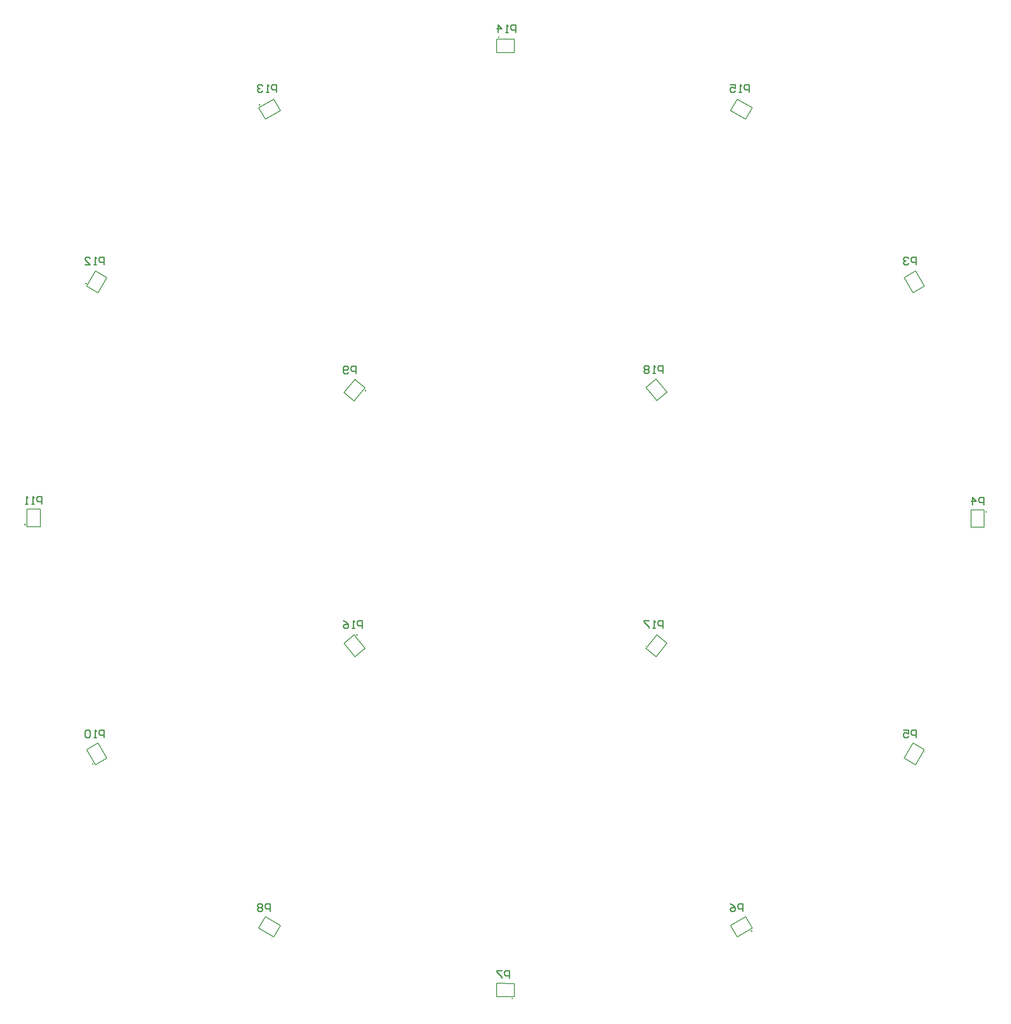
<source format=gbr>
%TF.GenerationSoftware,Altium Limited,Altium Designer,20.2.3 (150)*%
G04 Layer_Color=32896*
%FSLAX45Y45*%
%MOMM*%
%TF.SameCoordinates,D065702F-5D7C-4ECE-B493-19553C93D9E3*%
%TF.FilePolarity,Positive*%
%TF.FileFunction,Legend,Bot*%
%TF.Part,Single*%
G01*
G75*
%TA.AperFunction,NonConductor*%
%ADD54C,0.20000*%
%ADD55C,0.12700*%
%ADD56C,0.25400*%
D54*
X1321280Y10873614D02*
G03*
X1321280Y10873614I5001J-8660D01*
G01*
X13823936Y8428886D02*
G03*
X13823936Y8428886I-5680J8231D01*
G01*
X13994058Y13373376D02*
G03*
X13994058Y13373376I-1592J-9872D01*
G01*
X8183480Y13553035D02*
G03*
X8183480Y13553035I-1737J9848D01*
G01*
X8006873Y8653905D02*
G03*
X8006873Y8653905I931J-9957D01*
G01*
X20668919Y11126869D02*
G03*
X20668919Y11126869I8082J-5889D01*
G01*
X2564702Y15719452D02*
G03*
X2564702Y15719452I-9964J848D01*
G01*
X2700093Y6046082D02*
G03*
X2700093Y6046082I-10000J0D01*
G01*
X6280381Y2544828D02*
G03*
X6280381Y2544828I-15J10000D01*
G01*
X11144994Y1326240D02*
G03*
X11144994Y1326240I-10000J0D01*
G01*
X15962810Y2693504D02*
G03*
X15962810Y2693503I-9147J-4040D01*
G01*
X19443201Y6289484D02*
G03*
X19443201Y6289484I2064J-9785D01*
G01*
X19299965Y15952844D02*
G03*
X19299965Y15952844I9942J1075D01*
G01*
X15724648Y19436520D02*
G03*
X15724648Y19436520I-5013J8653D01*
G01*
X10875004Y20673756D02*
G03*
X10875004Y20673756I-10000J0D01*
G01*
X6051366Y19319180D02*
G03*
X6051367Y19319180I-5028J-8644D01*
G01*
D55*
X1367541Y10824967D02*
X1632539Y10825033D01*
X1367450Y11174969D02*
X1367541Y10824967D01*
X1367450Y11174969D02*
X1632448Y11175035D01*
X1632539Y10825033D01*
X13824142Y8379958D02*
X14027150Y8209620D01*
X13824142Y8379958D02*
X14049121Y8648075D01*
X14252122Y8477738D01*
X14027150Y8209620D02*
X14252122Y8477738D01*
X14049786Y13359460D02*
X14252534Y13530092D01*
X13824422Y13627248D02*
X14049786Y13359460D01*
X13824422Y13627248D02*
X14027170Y13797885D01*
X14252534Y13530092D01*
X7972857Y13790381D02*
X8175859Y13620044D01*
X7950881Y13351927D02*
X8175859Y13620044D01*
X7747879Y13522264D02*
X7950881Y13351927D01*
X7747879Y13522264D02*
X7972857Y13790381D01*
X7747493Y8477737D02*
X7950495Y8648075D01*
X8175473Y8379958D01*
X7972466Y8209620D02*
X8175473Y8379958D01*
X7747493Y8477737D02*
X7972466Y8209620D01*
X20370810Y11161425D02*
X20635808Y11161039D01*
X20635300Y10811038D02*
X20635808Y11161039D01*
X20370302Y10811424D02*
X20635300Y10811038D01*
X20370302Y10811424D02*
X20370810Y11161425D01*
X2570373Y15665009D02*
X2799669Y15532156D01*
X2570373Y15665009D02*
X2745842Y15967847D01*
X2975132Y15834995D01*
X2799669Y15532156D02*
X2975132Y15834995D01*
X2745837Y6032155D02*
X2975132Y6165002D01*
X2570378Y6334994D02*
X2745837Y6032155D01*
X2570378Y6334994D02*
X2799669Y6467841D01*
X2975132Y6165002D01*
X6335608Y2570637D02*
X6467759Y2800330D01*
X6032236Y2745176D02*
X6335608Y2570637D01*
X6032236Y2745176D02*
X6164387Y2974873D01*
X6467759Y2800330D01*
X11174994Y1367490D02*
X11175004Y1632488D01*
X10824997Y1367500D02*
X11174994Y1367490D01*
X10824997Y1367500D02*
X10825002Y1632504D01*
X11175004Y1632488D01*
X15835625Y2974868D02*
X15967766Y2745166D01*
X15664383Y2570637D02*
X15967766Y2745166D01*
X15532242Y2800340D02*
X15664383Y2570637D01*
X15532242Y2800340D02*
X15835625Y2974868D01*
X19200333Y6467846D02*
X19429623Y6334989D01*
X19254160Y6032149D02*
X19429623Y6334989D01*
X19024864Y6165007D02*
X19254160Y6032149D01*
X19024864Y6165007D02*
X19200333Y6467846D01*
X19024864Y15835001D02*
X19254160Y15967847D01*
X19429628Y15665009D01*
X19200333Y15532156D02*
X19429628Y15665009D01*
X19024864Y15835001D02*
X19200333Y15532156D01*
X15532237Y19199667D02*
X15664394Y19429364D01*
X15967766Y19254826D01*
X15835616Y19025128D02*
X15967766Y19254826D01*
X15532237Y19199667D02*
X15835616Y19025128D01*
X10824997Y20367508D02*
X10825002Y20632510D01*
X11175004Y20632501D01*
X11174994Y20367497D02*
X11175004Y20632501D01*
X10824997Y20367508D02*
X11174994Y20367497D01*
X6032236Y19254836D02*
X6164377Y19025134D01*
X6032236Y19254836D02*
X6335619Y19429359D01*
X6467759Y19199657D01*
X6164377Y19025134D02*
X6467759Y19199657D01*
D56*
X14165581Y13914120D02*
Y14066470D01*
X14089404D01*
X14064014Y14041080D01*
Y13990295D01*
X14089404Y13964903D01*
X14165581D01*
X14013229Y13914120D02*
X13962447D01*
X13987837D01*
Y14066470D01*
X14013229Y14041080D01*
X13886270D02*
X13860880Y14066470D01*
X13810095D01*
X13784703Y14041080D01*
Y14015688D01*
X13810095Y13990295D01*
X13784703Y13964903D01*
Y13939513D01*
X13810095Y13914120D01*
X13860880D01*
X13886270Y13939513D01*
Y13964903D01*
X13860880Y13990295D01*
X13886270Y14015688D01*
Y14041080D01*
X13860880Y13990295D02*
X13810095D01*
X14165581Y8785860D02*
Y8938211D01*
X14089404D01*
X14064014Y8912819D01*
Y8862035D01*
X14089404Y8836643D01*
X14165581D01*
X14013229Y8785860D02*
X13962447D01*
X13987837D01*
Y8938211D01*
X14013229Y8912819D01*
X13886270Y8938211D02*
X13784703D01*
Y8912819D01*
X13886270Y8811252D01*
Y8785860D01*
X8115300D02*
Y8938211D01*
X8039125D01*
X8013733Y8912819D01*
Y8862035D01*
X8039125Y8836643D01*
X8115300D01*
X7962949Y8785860D02*
X7912166D01*
X7937557D01*
Y8938211D01*
X7962949Y8912819D01*
X7734423Y8938211D02*
X7785207Y8912819D01*
X7835990Y8862035D01*
Y8811252D01*
X7810599Y8785860D01*
X7759815D01*
X7734423Y8811252D01*
Y8836643D01*
X7759815Y8862035D01*
X7835990D01*
X15900400Y19573241D02*
Y19725591D01*
X15824225D01*
X15798833Y19700198D01*
Y19649416D01*
X15824225Y19624023D01*
X15900400D01*
X15748048Y19573241D02*
X15697266D01*
X15722656D01*
Y19725591D01*
X15748048Y19700198D01*
X15519524Y19725591D02*
X15621091D01*
Y19649416D01*
X15570306Y19674808D01*
X15544914D01*
X15519524Y19649416D01*
Y19598631D01*
X15544914Y19573241D01*
X15595699D01*
X15621091Y19598631D01*
X11203940Y20769580D02*
Y20921931D01*
X11127765D01*
X11102373Y20896539D01*
Y20845755D01*
X11127765Y20820363D01*
X11203940D01*
X11051589Y20769580D02*
X11000806D01*
X11026197D01*
Y20921931D01*
X11051589Y20896539D01*
X10848455Y20769580D02*
Y20921931D01*
X10924630Y20845755D01*
X10823063D01*
X6383020Y19573241D02*
Y19725591D01*
X6306845D01*
X6281453Y19700198D01*
Y19649416D01*
X6306845Y19624023D01*
X6383020D01*
X6230669Y19573241D02*
X6179886D01*
X6205277D01*
Y19725591D01*
X6230669Y19700198D01*
X6103710D02*
X6078319Y19725591D01*
X6027535D01*
X6002143Y19700198D01*
Y19674808D01*
X6027535Y19649416D01*
X6052927D01*
X6027535D01*
X6002143Y19624023D01*
Y19598631D01*
X6027535Y19573241D01*
X6078319D01*
X6103710Y19598631D01*
X2910840Y16098520D02*
Y16250871D01*
X2834665D01*
X2809273Y16225479D01*
Y16174695D01*
X2834665Y16149303D01*
X2910840D01*
X2758489Y16098520D02*
X2707706D01*
X2733097D01*
Y16250871D01*
X2758489Y16225479D01*
X2529963Y16098520D02*
X2631530D01*
X2529963Y16200087D01*
Y16225479D01*
X2555355Y16250871D01*
X2606139D01*
X2631530Y16225479D01*
X1661160Y11280140D02*
Y11432491D01*
X1584985D01*
X1559593Y11407099D01*
Y11356315D01*
X1584985Y11330923D01*
X1661160D01*
X1508809Y11280140D02*
X1458026D01*
X1483417D01*
Y11432491D01*
X1508809Y11407099D01*
X1381850Y11280140D02*
X1331067D01*
X1356459D01*
Y11432491D01*
X1381850Y11407099D01*
X2910840Y6581140D02*
Y6733491D01*
X2834665D01*
X2809273Y6708099D01*
Y6657315D01*
X2834665Y6631923D01*
X2910840D01*
X2758489Y6581140D02*
X2707706D01*
X2733097D01*
Y6733491D01*
X2758489Y6708099D01*
X2631530D02*
X2606139Y6733491D01*
X2555355D01*
X2529963Y6708099D01*
Y6606532D01*
X2555355Y6581140D01*
X2606139D01*
X2631530Y6606532D01*
Y6708099D01*
X7988300Y13906500D02*
Y14058852D01*
X7912125D01*
X7886733Y14033459D01*
Y13982675D01*
X7912125Y13957283D01*
X7988300D01*
X7835949Y13931892D02*
X7810557Y13906500D01*
X7759774D01*
X7734382Y13931892D01*
Y14033459D01*
X7759774Y14058852D01*
X7810557D01*
X7835949Y14033459D01*
Y14008067D01*
X7810557Y13982675D01*
X7734382D01*
X6256020Y3088640D02*
Y3240991D01*
X6179845D01*
X6154453Y3215599D01*
Y3164815D01*
X6179845Y3139423D01*
X6256020D01*
X6103669Y3215599D02*
X6078277Y3240991D01*
X6027494D01*
X6002102Y3215599D01*
Y3190207D01*
X6027494Y3164815D01*
X6002102Y3139423D01*
Y3114032D01*
X6027494Y3088640D01*
X6078277D01*
X6103669Y3114032D01*
Y3139423D01*
X6078277Y3164815D01*
X6103669Y3190207D01*
Y3215599D01*
X6078277Y3164815D02*
X6027494D01*
X11076940Y1737360D02*
Y1889711D01*
X11000765D01*
X10975373Y1864319D01*
Y1813535D01*
X11000765Y1788143D01*
X11076940D01*
X10924589Y1889711D02*
X10823022D01*
Y1864319D01*
X10924589Y1762752D01*
Y1737360D01*
X15773399Y3088640D02*
Y3240991D01*
X15697224D01*
X15671832Y3215599D01*
Y3164815D01*
X15697224Y3139423D01*
X15773399D01*
X15519482Y3240991D02*
X15570267Y3215599D01*
X15621049Y3164815D01*
Y3114032D01*
X15595657Y3088640D01*
X15544875D01*
X15519482Y3114032D01*
Y3139423D01*
X15544875Y3164815D01*
X15621049D01*
X19265900Y6581140D02*
Y6733491D01*
X19189725D01*
X19164333Y6708099D01*
Y6657315D01*
X19189725Y6631923D01*
X19265900D01*
X19011983Y6733491D02*
X19113548D01*
Y6657315D01*
X19062766Y6682707D01*
X19037373D01*
X19011983Y6657315D01*
Y6606532D01*
X19037373Y6581140D01*
X19088158D01*
X19113548Y6606532D01*
X20622260Y11264900D02*
Y11417251D01*
X20546085D01*
X20520692Y11391859D01*
Y11341075D01*
X20546085Y11315683D01*
X20622260D01*
X20393735Y11264900D02*
Y11417251D01*
X20469910Y11341075D01*
X20368343D01*
X19265900Y16098520D02*
Y16250871D01*
X19189725D01*
X19164333Y16225479D01*
Y16174695D01*
X19189725Y16149303D01*
X19265900D01*
X19113548Y16225479D02*
X19088158Y16250871D01*
X19037373D01*
X19011983Y16225479D01*
Y16200087D01*
X19037373Y16174695D01*
X19062766D01*
X19037373D01*
X19011983Y16149303D01*
Y16123912D01*
X19037373Y16098520D01*
X19088158D01*
X19113548Y16123912D01*
%TF.MD5,fd4f2442862c2a0991cd65d228cc9ef7*%
M02*

</source>
